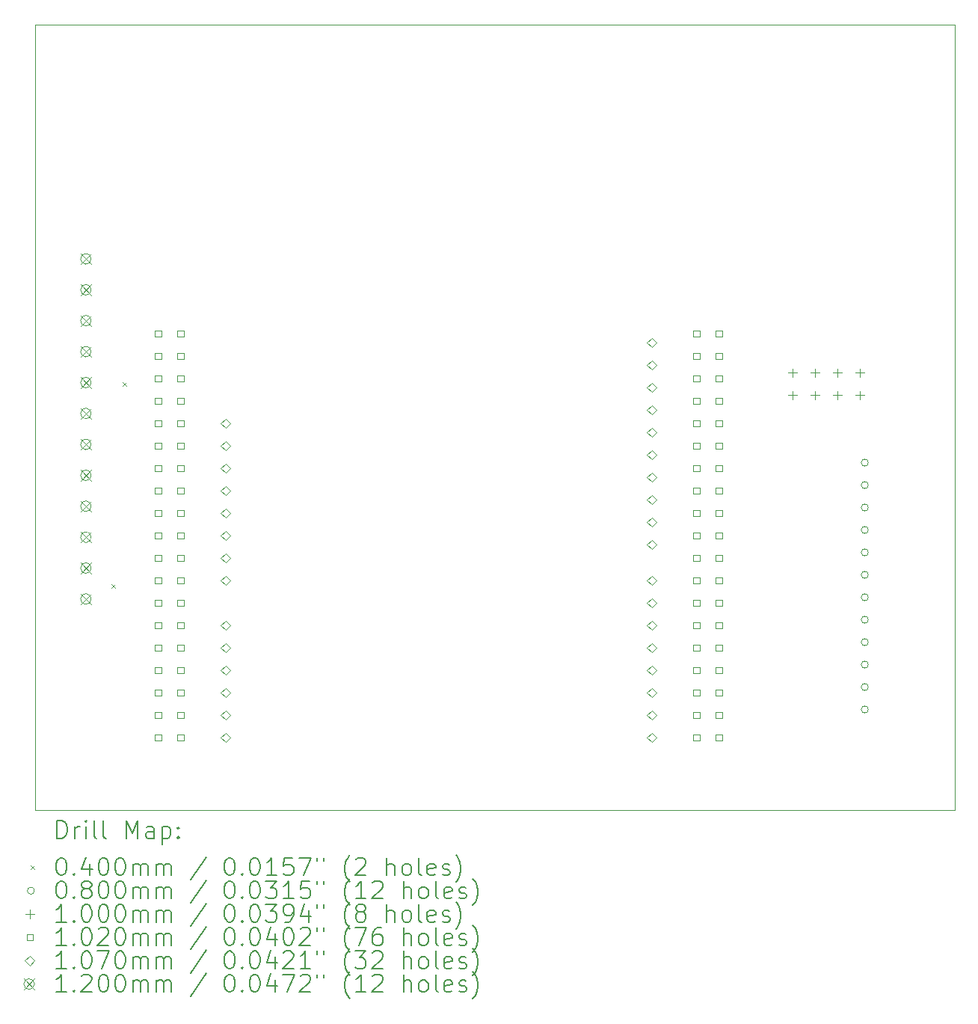
<source format=gbr>
%TF.GenerationSoftware,KiCad,Pcbnew,(6.0.11)*%
%TF.CreationDate,2023-03-02T21:40:19-06:00*%
%TF.ProjectId,STM,53544d2e-6b69-4636-9164-5f7063625858,rev?*%
%TF.SameCoordinates,Original*%
%TF.FileFunction,Drillmap*%
%TF.FilePolarity,Positive*%
%FSLAX45Y45*%
G04 Gerber Fmt 4.5, Leading zero omitted, Abs format (unit mm)*
G04 Created by KiCad (PCBNEW (6.0.11)) date 2023-03-02 21:40:19*
%MOMM*%
%LPD*%
G01*
G04 APERTURE LIST*
%ADD10C,0.100000*%
%ADD11C,0.200000*%
%ADD12C,0.040000*%
%ADD13C,0.080000*%
%ADD14C,0.102000*%
%ADD15C,0.107000*%
%ADD16C,0.120000*%
G04 APERTURE END LIST*
D10*
X5334000Y-14478000D02*
X15748000Y-14478000D01*
X5334000Y-5588000D02*
X5334000Y-14478000D01*
X15748000Y-5588000D02*
X5334000Y-5588000D01*
X15748000Y-14478000D02*
X15748000Y-5588000D01*
D11*
D12*
X6203000Y-11918000D02*
X6243000Y-11958000D01*
X6243000Y-11918000D02*
X6203000Y-11958000D01*
X6330000Y-9632000D02*
X6370000Y-9672000D01*
X6370000Y-9632000D02*
X6330000Y-9672000D01*
D13*
X14772000Y-10542000D02*
G75*
G03*
X14772000Y-10542000I-40000J0D01*
G01*
X14772000Y-10796000D02*
G75*
G03*
X14772000Y-10796000I-40000J0D01*
G01*
X14772000Y-11050000D02*
G75*
G03*
X14772000Y-11050000I-40000J0D01*
G01*
X14772000Y-11304000D02*
G75*
G03*
X14772000Y-11304000I-40000J0D01*
G01*
X14772000Y-11558000D02*
G75*
G03*
X14772000Y-11558000I-40000J0D01*
G01*
X14772000Y-11812000D02*
G75*
G03*
X14772000Y-11812000I-40000J0D01*
G01*
X14772000Y-12066000D02*
G75*
G03*
X14772000Y-12066000I-40000J0D01*
G01*
X14772000Y-12320000D02*
G75*
G03*
X14772000Y-12320000I-40000J0D01*
G01*
X14772000Y-12574000D02*
G75*
G03*
X14772000Y-12574000I-40000J0D01*
G01*
X14772000Y-12828000D02*
G75*
G03*
X14772000Y-12828000I-40000J0D01*
G01*
X14772000Y-13082000D02*
G75*
G03*
X14772000Y-13082000I-40000J0D01*
G01*
X14772000Y-13336000D02*
G75*
G03*
X14772000Y-13336000I-40000J0D01*
G01*
D10*
X13915500Y-9475000D02*
X13915500Y-9575000D01*
X13865500Y-9525000D02*
X13965500Y-9525000D01*
X13915500Y-9729000D02*
X13915500Y-9829000D01*
X13865500Y-9779000D02*
X13965500Y-9779000D01*
X14169500Y-9475000D02*
X14169500Y-9575000D01*
X14119500Y-9525000D02*
X14219500Y-9525000D01*
X14169500Y-9729000D02*
X14169500Y-9829000D01*
X14119500Y-9779000D02*
X14219500Y-9779000D01*
X14423500Y-9475000D02*
X14423500Y-9575000D01*
X14373500Y-9525000D02*
X14473500Y-9525000D01*
X14423500Y-9729000D02*
X14423500Y-9829000D01*
X14373500Y-9779000D02*
X14473500Y-9779000D01*
X14677500Y-9475000D02*
X14677500Y-9575000D01*
X14627500Y-9525000D02*
X14727500Y-9525000D01*
X14677500Y-9729000D02*
X14677500Y-9829000D01*
X14627500Y-9779000D02*
X14727500Y-9779000D01*
D14*
X6767063Y-9118063D02*
X6767063Y-9045937D01*
X6694937Y-9045937D01*
X6694937Y-9118063D01*
X6767063Y-9118063D01*
X6767063Y-9372063D02*
X6767063Y-9299937D01*
X6694937Y-9299937D01*
X6694937Y-9372063D01*
X6767063Y-9372063D01*
X6767063Y-9626063D02*
X6767063Y-9553937D01*
X6694937Y-9553937D01*
X6694937Y-9626063D01*
X6767063Y-9626063D01*
X6767063Y-9880063D02*
X6767063Y-9807937D01*
X6694937Y-9807937D01*
X6694937Y-9880063D01*
X6767063Y-9880063D01*
X6767063Y-10134063D02*
X6767063Y-10061937D01*
X6694937Y-10061937D01*
X6694937Y-10134063D01*
X6767063Y-10134063D01*
X6767063Y-10388063D02*
X6767063Y-10315937D01*
X6694937Y-10315937D01*
X6694937Y-10388063D01*
X6767063Y-10388063D01*
X6767063Y-10642063D02*
X6767063Y-10569937D01*
X6694937Y-10569937D01*
X6694937Y-10642063D01*
X6767063Y-10642063D01*
X6767063Y-10896063D02*
X6767063Y-10823937D01*
X6694937Y-10823937D01*
X6694937Y-10896063D01*
X6767063Y-10896063D01*
X6767063Y-11150063D02*
X6767063Y-11077937D01*
X6694937Y-11077937D01*
X6694937Y-11150063D01*
X6767063Y-11150063D01*
X6767063Y-11404063D02*
X6767063Y-11331937D01*
X6694937Y-11331937D01*
X6694937Y-11404063D01*
X6767063Y-11404063D01*
X6767063Y-11658063D02*
X6767063Y-11585937D01*
X6694937Y-11585937D01*
X6694937Y-11658063D01*
X6767063Y-11658063D01*
X6767063Y-11912063D02*
X6767063Y-11839937D01*
X6694937Y-11839937D01*
X6694937Y-11912063D01*
X6767063Y-11912063D01*
X6767063Y-12166063D02*
X6767063Y-12093937D01*
X6694937Y-12093937D01*
X6694937Y-12166063D01*
X6767063Y-12166063D01*
X6767063Y-12420063D02*
X6767063Y-12347937D01*
X6694937Y-12347937D01*
X6694937Y-12420063D01*
X6767063Y-12420063D01*
X6767063Y-12674063D02*
X6767063Y-12601937D01*
X6694937Y-12601937D01*
X6694937Y-12674063D01*
X6767063Y-12674063D01*
X6767063Y-12928063D02*
X6767063Y-12855937D01*
X6694937Y-12855937D01*
X6694937Y-12928063D01*
X6767063Y-12928063D01*
X6767063Y-13182063D02*
X6767063Y-13109937D01*
X6694937Y-13109937D01*
X6694937Y-13182063D01*
X6767063Y-13182063D01*
X6767063Y-13436063D02*
X6767063Y-13363937D01*
X6694937Y-13363937D01*
X6694937Y-13436063D01*
X6767063Y-13436063D01*
X6767063Y-13690063D02*
X6767063Y-13617937D01*
X6694937Y-13617937D01*
X6694937Y-13690063D01*
X6767063Y-13690063D01*
X7021063Y-9118063D02*
X7021063Y-9045937D01*
X6948937Y-9045937D01*
X6948937Y-9118063D01*
X7021063Y-9118063D01*
X7021063Y-9372063D02*
X7021063Y-9299937D01*
X6948937Y-9299937D01*
X6948937Y-9372063D01*
X7021063Y-9372063D01*
X7021063Y-9626063D02*
X7021063Y-9553937D01*
X6948937Y-9553937D01*
X6948937Y-9626063D01*
X7021063Y-9626063D01*
X7021063Y-9880063D02*
X7021063Y-9807937D01*
X6948937Y-9807937D01*
X6948937Y-9880063D01*
X7021063Y-9880063D01*
X7021063Y-10134063D02*
X7021063Y-10061937D01*
X6948937Y-10061937D01*
X6948937Y-10134063D01*
X7021063Y-10134063D01*
X7021063Y-10388063D02*
X7021063Y-10315937D01*
X6948937Y-10315937D01*
X6948937Y-10388063D01*
X7021063Y-10388063D01*
X7021063Y-10642063D02*
X7021063Y-10569937D01*
X6948937Y-10569937D01*
X6948937Y-10642063D01*
X7021063Y-10642063D01*
X7021063Y-10896063D02*
X7021063Y-10823937D01*
X6948937Y-10823937D01*
X6948937Y-10896063D01*
X7021063Y-10896063D01*
X7021063Y-11150063D02*
X7021063Y-11077937D01*
X6948937Y-11077937D01*
X6948937Y-11150063D01*
X7021063Y-11150063D01*
X7021063Y-11404063D02*
X7021063Y-11331937D01*
X6948937Y-11331937D01*
X6948937Y-11404063D01*
X7021063Y-11404063D01*
X7021063Y-11658063D02*
X7021063Y-11585937D01*
X6948937Y-11585937D01*
X6948937Y-11658063D01*
X7021063Y-11658063D01*
X7021063Y-11912063D02*
X7021063Y-11839937D01*
X6948937Y-11839937D01*
X6948937Y-11912063D01*
X7021063Y-11912063D01*
X7021063Y-12166063D02*
X7021063Y-12093937D01*
X6948937Y-12093937D01*
X6948937Y-12166063D01*
X7021063Y-12166063D01*
X7021063Y-12420063D02*
X7021063Y-12347937D01*
X6948937Y-12347937D01*
X6948937Y-12420063D01*
X7021063Y-12420063D01*
X7021063Y-12674063D02*
X7021063Y-12601937D01*
X6948937Y-12601937D01*
X6948937Y-12674063D01*
X7021063Y-12674063D01*
X7021063Y-12928063D02*
X7021063Y-12855937D01*
X6948937Y-12855937D01*
X6948937Y-12928063D01*
X7021063Y-12928063D01*
X7021063Y-13182063D02*
X7021063Y-13109937D01*
X6948937Y-13109937D01*
X6948937Y-13182063D01*
X7021063Y-13182063D01*
X7021063Y-13436063D02*
X7021063Y-13363937D01*
X6948937Y-13363937D01*
X6948937Y-13436063D01*
X7021063Y-13436063D01*
X7021063Y-13690063D02*
X7021063Y-13617937D01*
X6948937Y-13617937D01*
X6948937Y-13690063D01*
X7021063Y-13690063D01*
X12863063Y-9118063D02*
X12863063Y-9045937D01*
X12790937Y-9045937D01*
X12790937Y-9118063D01*
X12863063Y-9118063D01*
X12863063Y-9372063D02*
X12863063Y-9299937D01*
X12790937Y-9299937D01*
X12790937Y-9372063D01*
X12863063Y-9372063D01*
X12863063Y-9626063D02*
X12863063Y-9553937D01*
X12790937Y-9553937D01*
X12790937Y-9626063D01*
X12863063Y-9626063D01*
X12863063Y-9880063D02*
X12863063Y-9807937D01*
X12790937Y-9807937D01*
X12790937Y-9880063D01*
X12863063Y-9880063D01*
X12863063Y-10134063D02*
X12863063Y-10061937D01*
X12790937Y-10061937D01*
X12790937Y-10134063D01*
X12863063Y-10134063D01*
X12863063Y-10388063D02*
X12863063Y-10315937D01*
X12790937Y-10315937D01*
X12790937Y-10388063D01*
X12863063Y-10388063D01*
X12863063Y-10642063D02*
X12863063Y-10569937D01*
X12790937Y-10569937D01*
X12790937Y-10642063D01*
X12863063Y-10642063D01*
X12863063Y-10896063D02*
X12863063Y-10823937D01*
X12790937Y-10823937D01*
X12790937Y-10896063D01*
X12863063Y-10896063D01*
X12863063Y-11150063D02*
X12863063Y-11077937D01*
X12790937Y-11077937D01*
X12790937Y-11150063D01*
X12863063Y-11150063D01*
X12863063Y-11404063D02*
X12863063Y-11331937D01*
X12790937Y-11331937D01*
X12790937Y-11404063D01*
X12863063Y-11404063D01*
X12863063Y-11658063D02*
X12863063Y-11585937D01*
X12790937Y-11585937D01*
X12790937Y-11658063D01*
X12863063Y-11658063D01*
X12863063Y-11912063D02*
X12863063Y-11839937D01*
X12790937Y-11839937D01*
X12790937Y-11912063D01*
X12863063Y-11912063D01*
X12863063Y-12166063D02*
X12863063Y-12093937D01*
X12790937Y-12093937D01*
X12790937Y-12166063D01*
X12863063Y-12166063D01*
X12863063Y-12420063D02*
X12863063Y-12347937D01*
X12790937Y-12347937D01*
X12790937Y-12420063D01*
X12863063Y-12420063D01*
X12863063Y-12674063D02*
X12863063Y-12601937D01*
X12790937Y-12601937D01*
X12790937Y-12674063D01*
X12863063Y-12674063D01*
X12863063Y-12928063D02*
X12863063Y-12855937D01*
X12790937Y-12855937D01*
X12790937Y-12928063D01*
X12863063Y-12928063D01*
X12863063Y-13182063D02*
X12863063Y-13109937D01*
X12790937Y-13109937D01*
X12790937Y-13182063D01*
X12863063Y-13182063D01*
X12863063Y-13436063D02*
X12863063Y-13363937D01*
X12790937Y-13363937D01*
X12790937Y-13436063D01*
X12863063Y-13436063D01*
X12863063Y-13690063D02*
X12863063Y-13617937D01*
X12790937Y-13617937D01*
X12790937Y-13690063D01*
X12863063Y-13690063D01*
X13117063Y-9118063D02*
X13117063Y-9045937D01*
X13044937Y-9045937D01*
X13044937Y-9118063D01*
X13117063Y-9118063D01*
X13117063Y-9372063D02*
X13117063Y-9299937D01*
X13044937Y-9299937D01*
X13044937Y-9372063D01*
X13117063Y-9372063D01*
X13117063Y-9626063D02*
X13117063Y-9553937D01*
X13044937Y-9553937D01*
X13044937Y-9626063D01*
X13117063Y-9626063D01*
X13117063Y-9880063D02*
X13117063Y-9807937D01*
X13044937Y-9807937D01*
X13044937Y-9880063D01*
X13117063Y-9880063D01*
X13117063Y-10134063D02*
X13117063Y-10061937D01*
X13044937Y-10061937D01*
X13044937Y-10134063D01*
X13117063Y-10134063D01*
X13117063Y-10388063D02*
X13117063Y-10315937D01*
X13044937Y-10315937D01*
X13044937Y-10388063D01*
X13117063Y-10388063D01*
X13117063Y-10642063D02*
X13117063Y-10569937D01*
X13044937Y-10569937D01*
X13044937Y-10642063D01*
X13117063Y-10642063D01*
X13117063Y-10896063D02*
X13117063Y-10823937D01*
X13044937Y-10823937D01*
X13044937Y-10896063D01*
X13117063Y-10896063D01*
X13117063Y-11150063D02*
X13117063Y-11077937D01*
X13044937Y-11077937D01*
X13044937Y-11150063D01*
X13117063Y-11150063D01*
X13117063Y-11404063D02*
X13117063Y-11331937D01*
X13044937Y-11331937D01*
X13044937Y-11404063D01*
X13117063Y-11404063D01*
X13117063Y-11658063D02*
X13117063Y-11585937D01*
X13044937Y-11585937D01*
X13044937Y-11658063D01*
X13117063Y-11658063D01*
X13117063Y-11912063D02*
X13117063Y-11839937D01*
X13044937Y-11839937D01*
X13044937Y-11912063D01*
X13117063Y-11912063D01*
X13117063Y-12166063D02*
X13117063Y-12093937D01*
X13044937Y-12093937D01*
X13044937Y-12166063D01*
X13117063Y-12166063D01*
X13117063Y-12420063D02*
X13117063Y-12347937D01*
X13044937Y-12347937D01*
X13044937Y-12420063D01*
X13117063Y-12420063D01*
X13117063Y-12674063D02*
X13117063Y-12601937D01*
X13044937Y-12601937D01*
X13044937Y-12674063D01*
X13117063Y-12674063D01*
X13117063Y-12928063D02*
X13117063Y-12855937D01*
X13044937Y-12855937D01*
X13044937Y-12928063D01*
X13117063Y-12928063D01*
X13117063Y-13182063D02*
X13117063Y-13109937D01*
X13044937Y-13109937D01*
X13044937Y-13182063D01*
X13117063Y-13182063D01*
X13117063Y-13436063D02*
X13117063Y-13363937D01*
X13044937Y-13363937D01*
X13044937Y-13436063D01*
X13117063Y-13436063D01*
X13117063Y-13690063D02*
X13117063Y-13617937D01*
X13044937Y-13617937D01*
X13044937Y-13690063D01*
X13117063Y-13690063D01*
D15*
X7493000Y-10151500D02*
X7546500Y-10098000D01*
X7493000Y-10044500D01*
X7439500Y-10098000D01*
X7493000Y-10151500D01*
X7493000Y-10405500D02*
X7546500Y-10352000D01*
X7493000Y-10298500D01*
X7439500Y-10352000D01*
X7493000Y-10405500D01*
X7493000Y-10659500D02*
X7546500Y-10606000D01*
X7493000Y-10552500D01*
X7439500Y-10606000D01*
X7493000Y-10659500D01*
X7493000Y-10913500D02*
X7546500Y-10860000D01*
X7493000Y-10806500D01*
X7439500Y-10860000D01*
X7493000Y-10913500D01*
X7493000Y-11167500D02*
X7546500Y-11114000D01*
X7493000Y-11060500D01*
X7439500Y-11114000D01*
X7493000Y-11167500D01*
X7493000Y-11421500D02*
X7546500Y-11368000D01*
X7493000Y-11314500D01*
X7439500Y-11368000D01*
X7493000Y-11421500D01*
X7493000Y-11675500D02*
X7546500Y-11622000D01*
X7493000Y-11568500D01*
X7439500Y-11622000D01*
X7493000Y-11675500D01*
X7493000Y-11929500D02*
X7546500Y-11876000D01*
X7493000Y-11822500D01*
X7439500Y-11876000D01*
X7493000Y-11929500D01*
X7493000Y-12437500D02*
X7546500Y-12384000D01*
X7493000Y-12330500D01*
X7439500Y-12384000D01*
X7493000Y-12437500D01*
X7493000Y-12691500D02*
X7546500Y-12638000D01*
X7493000Y-12584500D01*
X7439500Y-12638000D01*
X7493000Y-12691500D01*
X7493000Y-12945500D02*
X7546500Y-12892000D01*
X7493000Y-12838500D01*
X7439500Y-12892000D01*
X7493000Y-12945500D01*
X7493000Y-13199500D02*
X7546500Y-13146000D01*
X7493000Y-13092500D01*
X7439500Y-13146000D01*
X7493000Y-13199500D01*
X7493000Y-13453500D02*
X7546500Y-13400000D01*
X7493000Y-13346500D01*
X7439500Y-13400000D01*
X7493000Y-13453500D01*
X7493000Y-13707500D02*
X7546500Y-13654000D01*
X7493000Y-13600500D01*
X7439500Y-13654000D01*
X7493000Y-13707500D01*
X12319000Y-9237500D02*
X12372500Y-9184000D01*
X12319000Y-9130500D01*
X12265500Y-9184000D01*
X12319000Y-9237500D01*
X12319000Y-9491500D02*
X12372500Y-9438000D01*
X12319000Y-9384500D01*
X12265500Y-9438000D01*
X12319000Y-9491500D01*
X12319000Y-9745500D02*
X12372500Y-9692000D01*
X12319000Y-9638500D01*
X12265500Y-9692000D01*
X12319000Y-9745500D01*
X12319000Y-9999500D02*
X12372500Y-9946000D01*
X12319000Y-9892500D01*
X12265500Y-9946000D01*
X12319000Y-9999500D01*
X12319000Y-10253500D02*
X12372500Y-10200000D01*
X12319000Y-10146500D01*
X12265500Y-10200000D01*
X12319000Y-10253500D01*
X12319000Y-10507500D02*
X12372500Y-10454000D01*
X12319000Y-10400500D01*
X12265500Y-10454000D01*
X12319000Y-10507500D01*
X12319000Y-10761500D02*
X12372500Y-10708000D01*
X12319000Y-10654500D01*
X12265500Y-10708000D01*
X12319000Y-10761500D01*
X12319000Y-11015500D02*
X12372500Y-10962000D01*
X12319000Y-10908500D01*
X12265500Y-10962000D01*
X12319000Y-11015500D01*
X12319000Y-11269500D02*
X12372500Y-11216000D01*
X12319000Y-11162500D01*
X12265500Y-11216000D01*
X12319000Y-11269500D01*
X12319000Y-11523500D02*
X12372500Y-11470000D01*
X12319000Y-11416500D01*
X12265500Y-11470000D01*
X12319000Y-11523500D01*
X12319000Y-11929500D02*
X12372500Y-11876000D01*
X12319000Y-11822500D01*
X12265500Y-11876000D01*
X12319000Y-11929500D01*
X12319000Y-12183500D02*
X12372500Y-12130000D01*
X12319000Y-12076500D01*
X12265500Y-12130000D01*
X12319000Y-12183500D01*
X12319000Y-12437500D02*
X12372500Y-12384000D01*
X12319000Y-12330500D01*
X12265500Y-12384000D01*
X12319000Y-12437500D01*
X12319000Y-12691500D02*
X12372500Y-12638000D01*
X12319000Y-12584500D01*
X12265500Y-12638000D01*
X12319000Y-12691500D01*
X12319000Y-12945500D02*
X12372500Y-12892000D01*
X12319000Y-12838500D01*
X12265500Y-12892000D01*
X12319000Y-12945500D01*
X12319000Y-13199500D02*
X12372500Y-13146000D01*
X12319000Y-13092500D01*
X12265500Y-13146000D01*
X12319000Y-13199500D01*
X12319000Y-13453500D02*
X12372500Y-13400000D01*
X12319000Y-13346500D01*
X12265500Y-13400000D01*
X12319000Y-13453500D01*
X12319000Y-13707500D02*
X12372500Y-13654000D01*
X12319000Y-13600500D01*
X12265500Y-13654000D01*
X12319000Y-13707500D01*
D16*
X5852000Y-8175000D02*
X5972000Y-8295000D01*
X5972000Y-8175000D02*
X5852000Y-8295000D01*
X5972000Y-8235000D02*
G75*
G03*
X5972000Y-8235000I-60000J0D01*
G01*
X5852000Y-8525000D02*
X5972000Y-8645000D01*
X5972000Y-8525000D02*
X5852000Y-8645000D01*
X5972000Y-8585000D02*
G75*
G03*
X5972000Y-8585000I-60000J0D01*
G01*
X5852000Y-8875000D02*
X5972000Y-8995000D01*
X5972000Y-8875000D02*
X5852000Y-8995000D01*
X5972000Y-8935000D02*
G75*
G03*
X5972000Y-8935000I-60000J0D01*
G01*
X5852000Y-9225000D02*
X5972000Y-9345000D01*
X5972000Y-9225000D02*
X5852000Y-9345000D01*
X5972000Y-9285000D02*
G75*
G03*
X5972000Y-9285000I-60000J0D01*
G01*
X5852000Y-9575000D02*
X5972000Y-9695000D01*
X5972000Y-9575000D02*
X5852000Y-9695000D01*
X5972000Y-9635000D02*
G75*
G03*
X5972000Y-9635000I-60000J0D01*
G01*
X5852000Y-9925000D02*
X5972000Y-10045000D01*
X5972000Y-9925000D02*
X5852000Y-10045000D01*
X5972000Y-9985000D02*
G75*
G03*
X5972000Y-9985000I-60000J0D01*
G01*
X5852000Y-10275000D02*
X5972000Y-10395000D01*
X5972000Y-10275000D02*
X5852000Y-10395000D01*
X5972000Y-10335000D02*
G75*
G03*
X5972000Y-10335000I-60000J0D01*
G01*
X5852000Y-10625000D02*
X5972000Y-10745000D01*
X5972000Y-10625000D02*
X5852000Y-10745000D01*
X5972000Y-10685000D02*
G75*
G03*
X5972000Y-10685000I-60000J0D01*
G01*
X5852000Y-10975000D02*
X5972000Y-11095000D01*
X5972000Y-10975000D02*
X5852000Y-11095000D01*
X5972000Y-11035000D02*
G75*
G03*
X5972000Y-11035000I-60000J0D01*
G01*
X5852000Y-11325000D02*
X5972000Y-11445000D01*
X5972000Y-11325000D02*
X5852000Y-11445000D01*
X5972000Y-11385000D02*
G75*
G03*
X5972000Y-11385000I-60000J0D01*
G01*
X5852000Y-11675000D02*
X5972000Y-11795000D01*
X5972000Y-11675000D02*
X5852000Y-11795000D01*
X5972000Y-11735000D02*
G75*
G03*
X5972000Y-11735000I-60000J0D01*
G01*
X5852000Y-12025000D02*
X5972000Y-12145000D01*
X5972000Y-12025000D02*
X5852000Y-12145000D01*
X5972000Y-12085000D02*
G75*
G03*
X5972000Y-12085000I-60000J0D01*
G01*
D11*
X5586619Y-14793476D02*
X5586619Y-14593476D01*
X5634238Y-14593476D01*
X5662809Y-14603000D01*
X5681857Y-14622048D01*
X5691381Y-14641095D01*
X5700905Y-14679190D01*
X5700905Y-14707762D01*
X5691381Y-14745857D01*
X5681857Y-14764905D01*
X5662809Y-14783952D01*
X5634238Y-14793476D01*
X5586619Y-14793476D01*
X5786619Y-14793476D02*
X5786619Y-14660143D01*
X5786619Y-14698238D02*
X5796143Y-14679190D01*
X5805667Y-14669667D01*
X5824714Y-14660143D01*
X5843762Y-14660143D01*
X5910428Y-14793476D02*
X5910428Y-14660143D01*
X5910428Y-14593476D02*
X5900905Y-14603000D01*
X5910428Y-14612524D01*
X5919952Y-14603000D01*
X5910428Y-14593476D01*
X5910428Y-14612524D01*
X6034238Y-14793476D02*
X6015190Y-14783952D01*
X6005667Y-14764905D01*
X6005667Y-14593476D01*
X6139000Y-14793476D02*
X6119952Y-14783952D01*
X6110428Y-14764905D01*
X6110428Y-14593476D01*
X6367571Y-14793476D02*
X6367571Y-14593476D01*
X6434238Y-14736333D01*
X6500905Y-14593476D01*
X6500905Y-14793476D01*
X6681857Y-14793476D02*
X6681857Y-14688714D01*
X6672333Y-14669667D01*
X6653286Y-14660143D01*
X6615190Y-14660143D01*
X6596143Y-14669667D01*
X6681857Y-14783952D02*
X6662809Y-14793476D01*
X6615190Y-14793476D01*
X6596143Y-14783952D01*
X6586619Y-14764905D01*
X6586619Y-14745857D01*
X6596143Y-14726809D01*
X6615190Y-14717286D01*
X6662809Y-14717286D01*
X6681857Y-14707762D01*
X6777095Y-14660143D02*
X6777095Y-14860143D01*
X6777095Y-14669667D02*
X6796143Y-14660143D01*
X6834238Y-14660143D01*
X6853286Y-14669667D01*
X6862809Y-14679190D01*
X6872333Y-14698238D01*
X6872333Y-14755381D01*
X6862809Y-14774428D01*
X6853286Y-14783952D01*
X6834238Y-14793476D01*
X6796143Y-14793476D01*
X6777095Y-14783952D01*
X6958048Y-14774428D02*
X6967571Y-14783952D01*
X6958048Y-14793476D01*
X6948524Y-14783952D01*
X6958048Y-14774428D01*
X6958048Y-14793476D01*
X6958048Y-14669667D02*
X6967571Y-14679190D01*
X6958048Y-14688714D01*
X6948524Y-14679190D01*
X6958048Y-14669667D01*
X6958048Y-14688714D01*
D12*
X5289000Y-15103000D02*
X5329000Y-15143000D01*
X5329000Y-15103000D02*
X5289000Y-15143000D01*
D11*
X5624714Y-15013476D02*
X5643762Y-15013476D01*
X5662809Y-15023000D01*
X5672333Y-15032524D01*
X5681857Y-15051571D01*
X5691381Y-15089667D01*
X5691381Y-15137286D01*
X5681857Y-15175381D01*
X5672333Y-15194428D01*
X5662809Y-15203952D01*
X5643762Y-15213476D01*
X5624714Y-15213476D01*
X5605667Y-15203952D01*
X5596143Y-15194428D01*
X5586619Y-15175381D01*
X5577095Y-15137286D01*
X5577095Y-15089667D01*
X5586619Y-15051571D01*
X5596143Y-15032524D01*
X5605667Y-15023000D01*
X5624714Y-15013476D01*
X5777095Y-15194428D02*
X5786619Y-15203952D01*
X5777095Y-15213476D01*
X5767571Y-15203952D01*
X5777095Y-15194428D01*
X5777095Y-15213476D01*
X5958048Y-15080143D02*
X5958048Y-15213476D01*
X5910428Y-15003952D02*
X5862809Y-15146809D01*
X5986619Y-15146809D01*
X6100905Y-15013476D02*
X6119952Y-15013476D01*
X6139000Y-15023000D01*
X6148524Y-15032524D01*
X6158048Y-15051571D01*
X6167571Y-15089667D01*
X6167571Y-15137286D01*
X6158048Y-15175381D01*
X6148524Y-15194428D01*
X6139000Y-15203952D01*
X6119952Y-15213476D01*
X6100905Y-15213476D01*
X6081857Y-15203952D01*
X6072333Y-15194428D01*
X6062809Y-15175381D01*
X6053286Y-15137286D01*
X6053286Y-15089667D01*
X6062809Y-15051571D01*
X6072333Y-15032524D01*
X6081857Y-15023000D01*
X6100905Y-15013476D01*
X6291381Y-15013476D02*
X6310428Y-15013476D01*
X6329476Y-15023000D01*
X6339000Y-15032524D01*
X6348524Y-15051571D01*
X6358048Y-15089667D01*
X6358048Y-15137286D01*
X6348524Y-15175381D01*
X6339000Y-15194428D01*
X6329476Y-15203952D01*
X6310428Y-15213476D01*
X6291381Y-15213476D01*
X6272333Y-15203952D01*
X6262809Y-15194428D01*
X6253286Y-15175381D01*
X6243762Y-15137286D01*
X6243762Y-15089667D01*
X6253286Y-15051571D01*
X6262809Y-15032524D01*
X6272333Y-15023000D01*
X6291381Y-15013476D01*
X6443762Y-15213476D02*
X6443762Y-15080143D01*
X6443762Y-15099190D02*
X6453286Y-15089667D01*
X6472333Y-15080143D01*
X6500905Y-15080143D01*
X6519952Y-15089667D01*
X6529476Y-15108714D01*
X6529476Y-15213476D01*
X6529476Y-15108714D02*
X6539000Y-15089667D01*
X6558048Y-15080143D01*
X6586619Y-15080143D01*
X6605667Y-15089667D01*
X6615190Y-15108714D01*
X6615190Y-15213476D01*
X6710428Y-15213476D02*
X6710428Y-15080143D01*
X6710428Y-15099190D02*
X6719952Y-15089667D01*
X6739000Y-15080143D01*
X6767571Y-15080143D01*
X6786619Y-15089667D01*
X6796143Y-15108714D01*
X6796143Y-15213476D01*
X6796143Y-15108714D02*
X6805667Y-15089667D01*
X6824714Y-15080143D01*
X6853286Y-15080143D01*
X6872333Y-15089667D01*
X6881857Y-15108714D01*
X6881857Y-15213476D01*
X7272333Y-15003952D02*
X7100905Y-15261095D01*
X7529476Y-15013476D02*
X7548524Y-15013476D01*
X7567571Y-15023000D01*
X7577095Y-15032524D01*
X7586619Y-15051571D01*
X7596143Y-15089667D01*
X7596143Y-15137286D01*
X7586619Y-15175381D01*
X7577095Y-15194428D01*
X7567571Y-15203952D01*
X7548524Y-15213476D01*
X7529476Y-15213476D01*
X7510428Y-15203952D01*
X7500905Y-15194428D01*
X7491381Y-15175381D01*
X7481857Y-15137286D01*
X7481857Y-15089667D01*
X7491381Y-15051571D01*
X7500905Y-15032524D01*
X7510428Y-15023000D01*
X7529476Y-15013476D01*
X7681857Y-15194428D02*
X7691381Y-15203952D01*
X7681857Y-15213476D01*
X7672333Y-15203952D01*
X7681857Y-15194428D01*
X7681857Y-15213476D01*
X7815190Y-15013476D02*
X7834238Y-15013476D01*
X7853286Y-15023000D01*
X7862809Y-15032524D01*
X7872333Y-15051571D01*
X7881857Y-15089667D01*
X7881857Y-15137286D01*
X7872333Y-15175381D01*
X7862809Y-15194428D01*
X7853286Y-15203952D01*
X7834238Y-15213476D01*
X7815190Y-15213476D01*
X7796143Y-15203952D01*
X7786619Y-15194428D01*
X7777095Y-15175381D01*
X7767571Y-15137286D01*
X7767571Y-15089667D01*
X7777095Y-15051571D01*
X7786619Y-15032524D01*
X7796143Y-15023000D01*
X7815190Y-15013476D01*
X8072333Y-15213476D02*
X7958048Y-15213476D01*
X8015190Y-15213476D02*
X8015190Y-15013476D01*
X7996143Y-15042048D01*
X7977095Y-15061095D01*
X7958048Y-15070619D01*
X8253286Y-15013476D02*
X8158048Y-15013476D01*
X8148524Y-15108714D01*
X8158048Y-15099190D01*
X8177095Y-15089667D01*
X8224714Y-15089667D01*
X8243762Y-15099190D01*
X8253286Y-15108714D01*
X8262809Y-15127762D01*
X8262809Y-15175381D01*
X8253286Y-15194428D01*
X8243762Y-15203952D01*
X8224714Y-15213476D01*
X8177095Y-15213476D01*
X8158048Y-15203952D01*
X8148524Y-15194428D01*
X8329476Y-15013476D02*
X8462810Y-15013476D01*
X8377095Y-15213476D01*
X8529476Y-15013476D02*
X8529476Y-15051571D01*
X8605667Y-15013476D02*
X8605667Y-15051571D01*
X8900905Y-15289667D02*
X8891381Y-15280143D01*
X8872333Y-15251571D01*
X8862810Y-15232524D01*
X8853286Y-15203952D01*
X8843762Y-15156333D01*
X8843762Y-15118238D01*
X8853286Y-15070619D01*
X8862810Y-15042048D01*
X8872333Y-15023000D01*
X8891381Y-14994428D01*
X8900905Y-14984905D01*
X8967571Y-15032524D02*
X8977095Y-15023000D01*
X8996143Y-15013476D01*
X9043762Y-15013476D01*
X9062810Y-15023000D01*
X9072333Y-15032524D01*
X9081857Y-15051571D01*
X9081857Y-15070619D01*
X9072333Y-15099190D01*
X8958048Y-15213476D01*
X9081857Y-15213476D01*
X9319952Y-15213476D02*
X9319952Y-15013476D01*
X9405667Y-15213476D02*
X9405667Y-15108714D01*
X9396143Y-15089667D01*
X9377095Y-15080143D01*
X9348524Y-15080143D01*
X9329476Y-15089667D01*
X9319952Y-15099190D01*
X9529476Y-15213476D02*
X9510429Y-15203952D01*
X9500905Y-15194428D01*
X9491381Y-15175381D01*
X9491381Y-15118238D01*
X9500905Y-15099190D01*
X9510429Y-15089667D01*
X9529476Y-15080143D01*
X9558048Y-15080143D01*
X9577095Y-15089667D01*
X9586619Y-15099190D01*
X9596143Y-15118238D01*
X9596143Y-15175381D01*
X9586619Y-15194428D01*
X9577095Y-15203952D01*
X9558048Y-15213476D01*
X9529476Y-15213476D01*
X9710429Y-15213476D02*
X9691381Y-15203952D01*
X9681857Y-15184905D01*
X9681857Y-15013476D01*
X9862810Y-15203952D02*
X9843762Y-15213476D01*
X9805667Y-15213476D01*
X9786619Y-15203952D01*
X9777095Y-15184905D01*
X9777095Y-15108714D01*
X9786619Y-15089667D01*
X9805667Y-15080143D01*
X9843762Y-15080143D01*
X9862810Y-15089667D01*
X9872333Y-15108714D01*
X9872333Y-15127762D01*
X9777095Y-15146809D01*
X9948524Y-15203952D02*
X9967571Y-15213476D01*
X10005667Y-15213476D01*
X10024714Y-15203952D01*
X10034238Y-15184905D01*
X10034238Y-15175381D01*
X10024714Y-15156333D01*
X10005667Y-15146809D01*
X9977095Y-15146809D01*
X9958048Y-15137286D01*
X9948524Y-15118238D01*
X9948524Y-15108714D01*
X9958048Y-15089667D01*
X9977095Y-15080143D01*
X10005667Y-15080143D01*
X10024714Y-15089667D01*
X10100905Y-15289667D02*
X10110429Y-15280143D01*
X10129476Y-15251571D01*
X10139000Y-15232524D01*
X10148524Y-15203952D01*
X10158048Y-15156333D01*
X10158048Y-15118238D01*
X10148524Y-15070619D01*
X10139000Y-15042048D01*
X10129476Y-15023000D01*
X10110429Y-14994428D01*
X10100905Y-14984905D01*
D13*
X5329000Y-15387000D02*
G75*
G03*
X5329000Y-15387000I-40000J0D01*
G01*
D11*
X5624714Y-15277476D02*
X5643762Y-15277476D01*
X5662809Y-15287000D01*
X5672333Y-15296524D01*
X5681857Y-15315571D01*
X5691381Y-15353667D01*
X5691381Y-15401286D01*
X5681857Y-15439381D01*
X5672333Y-15458428D01*
X5662809Y-15467952D01*
X5643762Y-15477476D01*
X5624714Y-15477476D01*
X5605667Y-15467952D01*
X5596143Y-15458428D01*
X5586619Y-15439381D01*
X5577095Y-15401286D01*
X5577095Y-15353667D01*
X5586619Y-15315571D01*
X5596143Y-15296524D01*
X5605667Y-15287000D01*
X5624714Y-15277476D01*
X5777095Y-15458428D02*
X5786619Y-15467952D01*
X5777095Y-15477476D01*
X5767571Y-15467952D01*
X5777095Y-15458428D01*
X5777095Y-15477476D01*
X5900905Y-15363190D02*
X5881857Y-15353667D01*
X5872333Y-15344143D01*
X5862809Y-15325095D01*
X5862809Y-15315571D01*
X5872333Y-15296524D01*
X5881857Y-15287000D01*
X5900905Y-15277476D01*
X5939000Y-15277476D01*
X5958048Y-15287000D01*
X5967571Y-15296524D01*
X5977095Y-15315571D01*
X5977095Y-15325095D01*
X5967571Y-15344143D01*
X5958048Y-15353667D01*
X5939000Y-15363190D01*
X5900905Y-15363190D01*
X5881857Y-15372714D01*
X5872333Y-15382238D01*
X5862809Y-15401286D01*
X5862809Y-15439381D01*
X5872333Y-15458428D01*
X5881857Y-15467952D01*
X5900905Y-15477476D01*
X5939000Y-15477476D01*
X5958048Y-15467952D01*
X5967571Y-15458428D01*
X5977095Y-15439381D01*
X5977095Y-15401286D01*
X5967571Y-15382238D01*
X5958048Y-15372714D01*
X5939000Y-15363190D01*
X6100905Y-15277476D02*
X6119952Y-15277476D01*
X6139000Y-15287000D01*
X6148524Y-15296524D01*
X6158048Y-15315571D01*
X6167571Y-15353667D01*
X6167571Y-15401286D01*
X6158048Y-15439381D01*
X6148524Y-15458428D01*
X6139000Y-15467952D01*
X6119952Y-15477476D01*
X6100905Y-15477476D01*
X6081857Y-15467952D01*
X6072333Y-15458428D01*
X6062809Y-15439381D01*
X6053286Y-15401286D01*
X6053286Y-15353667D01*
X6062809Y-15315571D01*
X6072333Y-15296524D01*
X6081857Y-15287000D01*
X6100905Y-15277476D01*
X6291381Y-15277476D02*
X6310428Y-15277476D01*
X6329476Y-15287000D01*
X6339000Y-15296524D01*
X6348524Y-15315571D01*
X6358048Y-15353667D01*
X6358048Y-15401286D01*
X6348524Y-15439381D01*
X6339000Y-15458428D01*
X6329476Y-15467952D01*
X6310428Y-15477476D01*
X6291381Y-15477476D01*
X6272333Y-15467952D01*
X6262809Y-15458428D01*
X6253286Y-15439381D01*
X6243762Y-15401286D01*
X6243762Y-15353667D01*
X6253286Y-15315571D01*
X6262809Y-15296524D01*
X6272333Y-15287000D01*
X6291381Y-15277476D01*
X6443762Y-15477476D02*
X6443762Y-15344143D01*
X6443762Y-15363190D02*
X6453286Y-15353667D01*
X6472333Y-15344143D01*
X6500905Y-15344143D01*
X6519952Y-15353667D01*
X6529476Y-15372714D01*
X6529476Y-15477476D01*
X6529476Y-15372714D02*
X6539000Y-15353667D01*
X6558048Y-15344143D01*
X6586619Y-15344143D01*
X6605667Y-15353667D01*
X6615190Y-15372714D01*
X6615190Y-15477476D01*
X6710428Y-15477476D02*
X6710428Y-15344143D01*
X6710428Y-15363190D02*
X6719952Y-15353667D01*
X6739000Y-15344143D01*
X6767571Y-15344143D01*
X6786619Y-15353667D01*
X6796143Y-15372714D01*
X6796143Y-15477476D01*
X6796143Y-15372714D02*
X6805667Y-15353667D01*
X6824714Y-15344143D01*
X6853286Y-15344143D01*
X6872333Y-15353667D01*
X6881857Y-15372714D01*
X6881857Y-15477476D01*
X7272333Y-15267952D02*
X7100905Y-15525095D01*
X7529476Y-15277476D02*
X7548524Y-15277476D01*
X7567571Y-15287000D01*
X7577095Y-15296524D01*
X7586619Y-15315571D01*
X7596143Y-15353667D01*
X7596143Y-15401286D01*
X7586619Y-15439381D01*
X7577095Y-15458428D01*
X7567571Y-15467952D01*
X7548524Y-15477476D01*
X7529476Y-15477476D01*
X7510428Y-15467952D01*
X7500905Y-15458428D01*
X7491381Y-15439381D01*
X7481857Y-15401286D01*
X7481857Y-15353667D01*
X7491381Y-15315571D01*
X7500905Y-15296524D01*
X7510428Y-15287000D01*
X7529476Y-15277476D01*
X7681857Y-15458428D02*
X7691381Y-15467952D01*
X7681857Y-15477476D01*
X7672333Y-15467952D01*
X7681857Y-15458428D01*
X7681857Y-15477476D01*
X7815190Y-15277476D02*
X7834238Y-15277476D01*
X7853286Y-15287000D01*
X7862809Y-15296524D01*
X7872333Y-15315571D01*
X7881857Y-15353667D01*
X7881857Y-15401286D01*
X7872333Y-15439381D01*
X7862809Y-15458428D01*
X7853286Y-15467952D01*
X7834238Y-15477476D01*
X7815190Y-15477476D01*
X7796143Y-15467952D01*
X7786619Y-15458428D01*
X7777095Y-15439381D01*
X7767571Y-15401286D01*
X7767571Y-15353667D01*
X7777095Y-15315571D01*
X7786619Y-15296524D01*
X7796143Y-15287000D01*
X7815190Y-15277476D01*
X7948524Y-15277476D02*
X8072333Y-15277476D01*
X8005667Y-15353667D01*
X8034238Y-15353667D01*
X8053286Y-15363190D01*
X8062809Y-15372714D01*
X8072333Y-15391762D01*
X8072333Y-15439381D01*
X8062809Y-15458428D01*
X8053286Y-15467952D01*
X8034238Y-15477476D01*
X7977095Y-15477476D01*
X7958048Y-15467952D01*
X7948524Y-15458428D01*
X8262809Y-15477476D02*
X8148524Y-15477476D01*
X8205667Y-15477476D02*
X8205667Y-15277476D01*
X8186619Y-15306048D01*
X8167571Y-15325095D01*
X8148524Y-15334619D01*
X8443762Y-15277476D02*
X8348524Y-15277476D01*
X8339000Y-15372714D01*
X8348524Y-15363190D01*
X8367571Y-15353667D01*
X8415190Y-15353667D01*
X8434238Y-15363190D01*
X8443762Y-15372714D01*
X8453286Y-15391762D01*
X8453286Y-15439381D01*
X8443762Y-15458428D01*
X8434238Y-15467952D01*
X8415190Y-15477476D01*
X8367571Y-15477476D01*
X8348524Y-15467952D01*
X8339000Y-15458428D01*
X8529476Y-15277476D02*
X8529476Y-15315571D01*
X8605667Y-15277476D02*
X8605667Y-15315571D01*
X8900905Y-15553667D02*
X8891381Y-15544143D01*
X8872333Y-15515571D01*
X8862810Y-15496524D01*
X8853286Y-15467952D01*
X8843762Y-15420333D01*
X8843762Y-15382238D01*
X8853286Y-15334619D01*
X8862810Y-15306048D01*
X8872333Y-15287000D01*
X8891381Y-15258428D01*
X8900905Y-15248905D01*
X9081857Y-15477476D02*
X8967571Y-15477476D01*
X9024714Y-15477476D02*
X9024714Y-15277476D01*
X9005667Y-15306048D01*
X8986619Y-15325095D01*
X8967571Y-15334619D01*
X9158048Y-15296524D02*
X9167571Y-15287000D01*
X9186619Y-15277476D01*
X9234238Y-15277476D01*
X9253286Y-15287000D01*
X9262810Y-15296524D01*
X9272333Y-15315571D01*
X9272333Y-15334619D01*
X9262810Y-15363190D01*
X9148524Y-15477476D01*
X9272333Y-15477476D01*
X9510429Y-15477476D02*
X9510429Y-15277476D01*
X9596143Y-15477476D02*
X9596143Y-15372714D01*
X9586619Y-15353667D01*
X9567571Y-15344143D01*
X9539000Y-15344143D01*
X9519952Y-15353667D01*
X9510429Y-15363190D01*
X9719952Y-15477476D02*
X9700905Y-15467952D01*
X9691381Y-15458428D01*
X9681857Y-15439381D01*
X9681857Y-15382238D01*
X9691381Y-15363190D01*
X9700905Y-15353667D01*
X9719952Y-15344143D01*
X9748524Y-15344143D01*
X9767571Y-15353667D01*
X9777095Y-15363190D01*
X9786619Y-15382238D01*
X9786619Y-15439381D01*
X9777095Y-15458428D01*
X9767571Y-15467952D01*
X9748524Y-15477476D01*
X9719952Y-15477476D01*
X9900905Y-15477476D02*
X9881857Y-15467952D01*
X9872333Y-15448905D01*
X9872333Y-15277476D01*
X10053286Y-15467952D02*
X10034238Y-15477476D01*
X9996143Y-15477476D01*
X9977095Y-15467952D01*
X9967571Y-15448905D01*
X9967571Y-15372714D01*
X9977095Y-15353667D01*
X9996143Y-15344143D01*
X10034238Y-15344143D01*
X10053286Y-15353667D01*
X10062810Y-15372714D01*
X10062810Y-15391762D01*
X9967571Y-15410809D01*
X10139000Y-15467952D02*
X10158048Y-15477476D01*
X10196143Y-15477476D01*
X10215190Y-15467952D01*
X10224714Y-15448905D01*
X10224714Y-15439381D01*
X10215190Y-15420333D01*
X10196143Y-15410809D01*
X10167571Y-15410809D01*
X10148524Y-15401286D01*
X10139000Y-15382238D01*
X10139000Y-15372714D01*
X10148524Y-15353667D01*
X10167571Y-15344143D01*
X10196143Y-15344143D01*
X10215190Y-15353667D01*
X10291381Y-15553667D02*
X10300905Y-15544143D01*
X10319952Y-15515571D01*
X10329476Y-15496524D01*
X10339000Y-15467952D01*
X10348524Y-15420333D01*
X10348524Y-15382238D01*
X10339000Y-15334619D01*
X10329476Y-15306048D01*
X10319952Y-15287000D01*
X10300905Y-15258428D01*
X10291381Y-15248905D01*
D10*
X5279000Y-15601000D02*
X5279000Y-15701000D01*
X5229000Y-15651000D02*
X5329000Y-15651000D01*
D11*
X5691381Y-15741476D02*
X5577095Y-15741476D01*
X5634238Y-15741476D02*
X5634238Y-15541476D01*
X5615190Y-15570048D01*
X5596143Y-15589095D01*
X5577095Y-15598619D01*
X5777095Y-15722428D02*
X5786619Y-15731952D01*
X5777095Y-15741476D01*
X5767571Y-15731952D01*
X5777095Y-15722428D01*
X5777095Y-15741476D01*
X5910428Y-15541476D02*
X5929476Y-15541476D01*
X5948524Y-15551000D01*
X5958048Y-15560524D01*
X5967571Y-15579571D01*
X5977095Y-15617667D01*
X5977095Y-15665286D01*
X5967571Y-15703381D01*
X5958048Y-15722428D01*
X5948524Y-15731952D01*
X5929476Y-15741476D01*
X5910428Y-15741476D01*
X5891381Y-15731952D01*
X5881857Y-15722428D01*
X5872333Y-15703381D01*
X5862809Y-15665286D01*
X5862809Y-15617667D01*
X5872333Y-15579571D01*
X5881857Y-15560524D01*
X5891381Y-15551000D01*
X5910428Y-15541476D01*
X6100905Y-15541476D02*
X6119952Y-15541476D01*
X6139000Y-15551000D01*
X6148524Y-15560524D01*
X6158048Y-15579571D01*
X6167571Y-15617667D01*
X6167571Y-15665286D01*
X6158048Y-15703381D01*
X6148524Y-15722428D01*
X6139000Y-15731952D01*
X6119952Y-15741476D01*
X6100905Y-15741476D01*
X6081857Y-15731952D01*
X6072333Y-15722428D01*
X6062809Y-15703381D01*
X6053286Y-15665286D01*
X6053286Y-15617667D01*
X6062809Y-15579571D01*
X6072333Y-15560524D01*
X6081857Y-15551000D01*
X6100905Y-15541476D01*
X6291381Y-15541476D02*
X6310428Y-15541476D01*
X6329476Y-15551000D01*
X6339000Y-15560524D01*
X6348524Y-15579571D01*
X6358048Y-15617667D01*
X6358048Y-15665286D01*
X6348524Y-15703381D01*
X6339000Y-15722428D01*
X6329476Y-15731952D01*
X6310428Y-15741476D01*
X6291381Y-15741476D01*
X6272333Y-15731952D01*
X6262809Y-15722428D01*
X6253286Y-15703381D01*
X6243762Y-15665286D01*
X6243762Y-15617667D01*
X6253286Y-15579571D01*
X6262809Y-15560524D01*
X6272333Y-15551000D01*
X6291381Y-15541476D01*
X6443762Y-15741476D02*
X6443762Y-15608143D01*
X6443762Y-15627190D02*
X6453286Y-15617667D01*
X6472333Y-15608143D01*
X6500905Y-15608143D01*
X6519952Y-15617667D01*
X6529476Y-15636714D01*
X6529476Y-15741476D01*
X6529476Y-15636714D02*
X6539000Y-15617667D01*
X6558048Y-15608143D01*
X6586619Y-15608143D01*
X6605667Y-15617667D01*
X6615190Y-15636714D01*
X6615190Y-15741476D01*
X6710428Y-15741476D02*
X6710428Y-15608143D01*
X6710428Y-15627190D02*
X6719952Y-15617667D01*
X6739000Y-15608143D01*
X6767571Y-15608143D01*
X6786619Y-15617667D01*
X6796143Y-15636714D01*
X6796143Y-15741476D01*
X6796143Y-15636714D02*
X6805667Y-15617667D01*
X6824714Y-15608143D01*
X6853286Y-15608143D01*
X6872333Y-15617667D01*
X6881857Y-15636714D01*
X6881857Y-15741476D01*
X7272333Y-15531952D02*
X7100905Y-15789095D01*
X7529476Y-15541476D02*
X7548524Y-15541476D01*
X7567571Y-15551000D01*
X7577095Y-15560524D01*
X7586619Y-15579571D01*
X7596143Y-15617667D01*
X7596143Y-15665286D01*
X7586619Y-15703381D01*
X7577095Y-15722428D01*
X7567571Y-15731952D01*
X7548524Y-15741476D01*
X7529476Y-15741476D01*
X7510428Y-15731952D01*
X7500905Y-15722428D01*
X7491381Y-15703381D01*
X7481857Y-15665286D01*
X7481857Y-15617667D01*
X7491381Y-15579571D01*
X7500905Y-15560524D01*
X7510428Y-15551000D01*
X7529476Y-15541476D01*
X7681857Y-15722428D02*
X7691381Y-15731952D01*
X7681857Y-15741476D01*
X7672333Y-15731952D01*
X7681857Y-15722428D01*
X7681857Y-15741476D01*
X7815190Y-15541476D02*
X7834238Y-15541476D01*
X7853286Y-15551000D01*
X7862809Y-15560524D01*
X7872333Y-15579571D01*
X7881857Y-15617667D01*
X7881857Y-15665286D01*
X7872333Y-15703381D01*
X7862809Y-15722428D01*
X7853286Y-15731952D01*
X7834238Y-15741476D01*
X7815190Y-15741476D01*
X7796143Y-15731952D01*
X7786619Y-15722428D01*
X7777095Y-15703381D01*
X7767571Y-15665286D01*
X7767571Y-15617667D01*
X7777095Y-15579571D01*
X7786619Y-15560524D01*
X7796143Y-15551000D01*
X7815190Y-15541476D01*
X7948524Y-15541476D02*
X8072333Y-15541476D01*
X8005667Y-15617667D01*
X8034238Y-15617667D01*
X8053286Y-15627190D01*
X8062809Y-15636714D01*
X8072333Y-15655762D01*
X8072333Y-15703381D01*
X8062809Y-15722428D01*
X8053286Y-15731952D01*
X8034238Y-15741476D01*
X7977095Y-15741476D01*
X7958048Y-15731952D01*
X7948524Y-15722428D01*
X8167571Y-15741476D02*
X8205667Y-15741476D01*
X8224714Y-15731952D01*
X8234238Y-15722428D01*
X8253286Y-15693857D01*
X8262809Y-15655762D01*
X8262809Y-15579571D01*
X8253286Y-15560524D01*
X8243762Y-15551000D01*
X8224714Y-15541476D01*
X8186619Y-15541476D01*
X8167571Y-15551000D01*
X8158048Y-15560524D01*
X8148524Y-15579571D01*
X8148524Y-15627190D01*
X8158048Y-15646238D01*
X8167571Y-15655762D01*
X8186619Y-15665286D01*
X8224714Y-15665286D01*
X8243762Y-15655762D01*
X8253286Y-15646238D01*
X8262809Y-15627190D01*
X8434238Y-15608143D02*
X8434238Y-15741476D01*
X8386619Y-15531952D02*
X8339000Y-15674809D01*
X8462810Y-15674809D01*
X8529476Y-15541476D02*
X8529476Y-15579571D01*
X8605667Y-15541476D02*
X8605667Y-15579571D01*
X8900905Y-15817667D02*
X8891381Y-15808143D01*
X8872333Y-15779571D01*
X8862810Y-15760524D01*
X8853286Y-15731952D01*
X8843762Y-15684333D01*
X8843762Y-15646238D01*
X8853286Y-15598619D01*
X8862810Y-15570048D01*
X8872333Y-15551000D01*
X8891381Y-15522428D01*
X8900905Y-15512905D01*
X9005667Y-15627190D02*
X8986619Y-15617667D01*
X8977095Y-15608143D01*
X8967571Y-15589095D01*
X8967571Y-15579571D01*
X8977095Y-15560524D01*
X8986619Y-15551000D01*
X9005667Y-15541476D01*
X9043762Y-15541476D01*
X9062810Y-15551000D01*
X9072333Y-15560524D01*
X9081857Y-15579571D01*
X9081857Y-15589095D01*
X9072333Y-15608143D01*
X9062810Y-15617667D01*
X9043762Y-15627190D01*
X9005667Y-15627190D01*
X8986619Y-15636714D01*
X8977095Y-15646238D01*
X8967571Y-15665286D01*
X8967571Y-15703381D01*
X8977095Y-15722428D01*
X8986619Y-15731952D01*
X9005667Y-15741476D01*
X9043762Y-15741476D01*
X9062810Y-15731952D01*
X9072333Y-15722428D01*
X9081857Y-15703381D01*
X9081857Y-15665286D01*
X9072333Y-15646238D01*
X9062810Y-15636714D01*
X9043762Y-15627190D01*
X9319952Y-15741476D02*
X9319952Y-15541476D01*
X9405667Y-15741476D02*
X9405667Y-15636714D01*
X9396143Y-15617667D01*
X9377095Y-15608143D01*
X9348524Y-15608143D01*
X9329476Y-15617667D01*
X9319952Y-15627190D01*
X9529476Y-15741476D02*
X9510429Y-15731952D01*
X9500905Y-15722428D01*
X9491381Y-15703381D01*
X9491381Y-15646238D01*
X9500905Y-15627190D01*
X9510429Y-15617667D01*
X9529476Y-15608143D01*
X9558048Y-15608143D01*
X9577095Y-15617667D01*
X9586619Y-15627190D01*
X9596143Y-15646238D01*
X9596143Y-15703381D01*
X9586619Y-15722428D01*
X9577095Y-15731952D01*
X9558048Y-15741476D01*
X9529476Y-15741476D01*
X9710429Y-15741476D02*
X9691381Y-15731952D01*
X9681857Y-15712905D01*
X9681857Y-15541476D01*
X9862810Y-15731952D02*
X9843762Y-15741476D01*
X9805667Y-15741476D01*
X9786619Y-15731952D01*
X9777095Y-15712905D01*
X9777095Y-15636714D01*
X9786619Y-15617667D01*
X9805667Y-15608143D01*
X9843762Y-15608143D01*
X9862810Y-15617667D01*
X9872333Y-15636714D01*
X9872333Y-15655762D01*
X9777095Y-15674809D01*
X9948524Y-15731952D02*
X9967571Y-15741476D01*
X10005667Y-15741476D01*
X10024714Y-15731952D01*
X10034238Y-15712905D01*
X10034238Y-15703381D01*
X10024714Y-15684333D01*
X10005667Y-15674809D01*
X9977095Y-15674809D01*
X9958048Y-15665286D01*
X9948524Y-15646238D01*
X9948524Y-15636714D01*
X9958048Y-15617667D01*
X9977095Y-15608143D01*
X10005667Y-15608143D01*
X10024714Y-15617667D01*
X10100905Y-15817667D02*
X10110429Y-15808143D01*
X10129476Y-15779571D01*
X10139000Y-15760524D01*
X10148524Y-15731952D01*
X10158048Y-15684333D01*
X10158048Y-15646238D01*
X10148524Y-15598619D01*
X10139000Y-15570048D01*
X10129476Y-15551000D01*
X10110429Y-15522428D01*
X10100905Y-15512905D01*
D14*
X5314063Y-15951063D02*
X5314063Y-15878937D01*
X5241937Y-15878937D01*
X5241937Y-15951063D01*
X5314063Y-15951063D01*
D11*
X5691381Y-16005476D02*
X5577095Y-16005476D01*
X5634238Y-16005476D02*
X5634238Y-15805476D01*
X5615190Y-15834048D01*
X5596143Y-15853095D01*
X5577095Y-15862619D01*
X5777095Y-15986428D02*
X5786619Y-15995952D01*
X5777095Y-16005476D01*
X5767571Y-15995952D01*
X5777095Y-15986428D01*
X5777095Y-16005476D01*
X5910428Y-15805476D02*
X5929476Y-15805476D01*
X5948524Y-15815000D01*
X5958048Y-15824524D01*
X5967571Y-15843571D01*
X5977095Y-15881667D01*
X5977095Y-15929286D01*
X5967571Y-15967381D01*
X5958048Y-15986428D01*
X5948524Y-15995952D01*
X5929476Y-16005476D01*
X5910428Y-16005476D01*
X5891381Y-15995952D01*
X5881857Y-15986428D01*
X5872333Y-15967381D01*
X5862809Y-15929286D01*
X5862809Y-15881667D01*
X5872333Y-15843571D01*
X5881857Y-15824524D01*
X5891381Y-15815000D01*
X5910428Y-15805476D01*
X6053286Y-15824524D02*
X6062809Y-15815000D01*
X6081857Y-15805476D01*
X6129476Y-15805476D01*
X6148524Y-15815000D01*
X6158048Y-15824524D01*
X6167571Y-15843571D01*
X6167571Y-15862619D01*
X6158048Y-15891190D01*
X6043762Y-16005476D01*
X6167571Y-16005476D01*
X6291381Y-15805476D02*
X6310428Y-15805476D01*
X6329476Y-15815000D01*
X6339000Y-15824524D01*
X6348524Y-15843571D01*
X6358048Y-15881667D01*
X6358048Y-15929286D01*
X6348524Y-15967381D01*
X6339000Y-15986428D01*
X6329476Y-15995952D01*
X6310428Y-16005476D01*
X6291381Y-16005476D01*
X6272333Y-15995952D01*
X6262809Y-15986428D01*
X6253286Y-15967381D01*
X6243762Y-15929286D01*
X6243762Y-15881667D01*
X6253286Y-15843571D01*
X6262809Y-15824524D01*
X6272333Y-15815000D01*
X6291381Y-15805476D01*
X6443762Y-16005476D02*
X6443762Y-15872143D01*
X6443762Y-15891190D02*
X6453286Y-15881667D01*
X6472333Y-15872143D01*
X6500905Y-15872143D01*
X6519952Y-15881667D01*
X6529476Y-15900714D01*
X6529476Y-16005476D01*
X6529476Y-15900714D02*
X6539000Y-15881667D01*
X6558048Y-15872143D01*
X6586619Y-15872143D01*
X6605667Y-15881667D01*
X6615190Y-15900714D01*
X6615190Y-16005476D01*
X6710428Y-16005476D02*
X6710428Y-15872143D01*
X6710428Y-15891190D02*
X6719952Y-15881667D01*
X6739000Y-15872143D01*
X6767571Y-15872143D01*
X6786619Y-15881667D01*
X6796143Y-15900714D01*
X6796143Y-16005476D01*
X6796143Y-15900714D02*
X6805667Y-15881667D01*
X6824714Y-15872143D01*
X6853286Y-15872143D01*
X6872333Y-15881667D01*
X6881857Y-15900714D01*
X6881857Y-16005476D01*
X7272333Y-15795952D02*
X7100905Y-16053095D01*
X7529476Y-15805476D02*
X7548524Y-15805476D01*
X7567571Y-15815000D01*
X7577095Y-15824524D01*
X7586619Y-15843571D01*
X7596143Y-15881667D01*
X7596143Y-15929286D01*
X7586619Y-15967381D01*
X7577095Y-15986428D01*
X7567571Y-15995952D01*
X7548524Y-16005476D01*
X7529476Y-16005476D01*
X7510428Y-15995952D01*
X7500905Y-15986428D01*
X7491381Y-15967381D01*
X7481857Y-15929286D01*
X7481857Y-15881667D01*
X7491381Y-15843571D01*
X7500905Y-15824524D01*
X7510428Y-15815000D01*
X7529476Y-15805476D01*
X7681857Y-15986428D02*
X7691381Y-15995952D01*
X7681857Y-16005476D01*
X7672333Y-15995952D01*
X7681857Y-15986428D01*
X7681857Y-16005476D01*
X7815190Y-15805476D02*
X7834238Y-15805476D01*
X7853286Y-15815000D01*
X7862809Y-15824524D01*
X7872333Y-15843571D01*
X7881857Y-15881667D01*
X7881857Y-15929286D01*
X7872333Y-15967381D01*
X7862809Y-15986428D01*
X7853286Y-15995952D01*
X7834238Y-16005476D01*
X7815190Y-16005476D01*
X7796143Y-15995952D01*
X7786619Y-15986428D01*
X7777095Y-15967381D01*
X7767571Y-15929286D01*
X7767571Y-15881667D01*
X7777095Y-15843571D01*
X7786619Y-15824524D01*
X7796143Y-15815000D01*
X7815190Y-15805476D01*
X8053286Y-15872143D02*
X8053286Y-16005476D01*
X8005667Y-15795952D02*
X7958048Y-15938809D01*
X8081857Y-15938809D01*
X8196143Y-15805476D02*
X8215190Y-15805476D01*
X8234238Y-15815000D01*
X8243762Y-15824524D01*
X8253286Y-15843571D01*
X8262809Y-15881667D01*
X8262809Y-15929286D01*
X8253286Y-15967381D01*
X8243762Y-15986428D01*
X8234238Y-15995952D01*
X8215190Y-16005476D01*
X8196143Y-16005476D01*
X8177095Y-15995952D01*
X8167571Y-15986428D01*
X8158048Y-15967381D01*
X8148524Y-15929286D01*
X8148524Y-15881667D01*
X8158048Y-15843571D01*
X8167571Y-15824524D01*
X8177095Y-15815000D01*
X8196143Y-15805476D01*
X8339000Y-15824524D02*
X8348524Y-15815000D01*
X8367571Y-15805476D01*
X8415190Y-15805476D01*
X8434238Y-15815000D01*
X8443762Y-15824524D01*
X8453286Y-15843571D01*
X8453286Y-15862619D01*
X8443762Y-15891190D01*
X8329476Y-16005476D01*
X8453286Y-16005476D01*
X8529476Y-15805476D02*
X8529476Y-15843571D01*
X8605667Y-15805476D02*
X8605667Y-15843571D01*
X8900905Y-16081667D02*
X8891381Y-16072143D01*
X8872333Y-16043571D01*
X8862810Y-16024524D01*
X8853286Y-15995952D01*
X8843762Y-15948333D01*
X8843762Y-15910238D01*
X8853286Y-15862619D01*
X8862810Y-15834048D01*
X8872333Y-15815000D01*
X8891381Y-15786428D01*
X8900905Y-15776905D01*
X8958048Y-15805476D02*
X9091381Y-15805476D01*
X9005667Y-16005476D01*
X9253286Y-15805476D02*
X9215190Y-15805476D01*
X9196143Y-15815000D01*
X9186619Y-15824524D01*
X9167571Y-15853095D01*
X9158048Y-15891190D01*
X9158048Y-15967381D01*
X9167571Y-15986428D01*
X9177095Y-15995952D01*
X9196143Y-16005476D01*
X9234238Y-16005476D01*
X9253286Y-15995952D01*
X9262810Y-15986428D01*
X9272333Y-15967381D01*
X9272333Y-15919762D01*
X9262810Y-15900714D01*
X9253286Y-15891190D01*
X9234238Y-15881667D01*
X9196143Y-15881667D01*
X9177095Y-15891190D01*
X9167571Y-15900714D01*
X9158048Y-15919762D01*
X9510429Y-16005476D02*
X9510429Y-15805476D01*
X9596143Y-16005476D02*
X9596143Y-15900714D01*
X9586619Y-15881667D01*
X9567571Y-15872143D01*
X9539000Y-15872143D01*
X9519952Y-15881667D01*
X9510429Y-15891190D01*
X9719952Y-16005476D02*
X9700905Y-15995952D01*
X9691381Y-15986428D01*
X9681857Y-15967381D01*
X9681857Y-15910238D01*
X9691381Y-15891190D01*
X9700905Y-15881667D01*
X9719952Y-15872143D01*
X9748524Y-15872143D01*
X9767571Y-15881667D01*
X9777095Y-15891190D01*
X9786619Y-15910238D01*
X9786619Y-15967381D01*
X9777095Y-15986428D01*
X9767571Y-15995952D01*
X9748524Y-16005476D01*
X9719952Y-16005476D01*
X9900905Y-16005476D02*
X9881857Y-15995952D01*
X9872333Y-15976905D01*
X9872333Y-15805476D01*
X10053286Y-15995952D02*
X10034238Y-16005476D01*
X9996143Y-16005476D01*
X9977095Y-15995952D01*
X9967571Y-15976905D01*
X9967571Y-15900714D01*
X9977095Y-15881667D01*
X9996143Y-15872143D01*
X10034238Y-15872143D01*
X10053286Y-15881667D01*
X10062810Y-15900714D01*
X10062810Y-15919762D01*
X9967571Y-15938809D01*
X10139000Y-15995952D02*
X10158048Y-16005476D01*
X10196143Y-16005476D01*
X10215190Y-15995952D01*
X10224714Y-15976905D01*
X10224714Y-15967381D01*
X10215190Y-15948333D01*
X10196143Y-15938809D01*
X10167571Y-15938809D01*
X10148524Y-15929286D01*
X10139000Y-15910238D01*
X10139000Y-15900714D01*
X10148524Y-15881667D01*
X10167571Y-15872143D01*
X10196143Y-15872143D01*
X10215190Y-15881667D01*
X10291381Y-16081667D02*
X10300905Y-16072143D01*
X10319952Y-16043571D01*
X10329476Y-16024524D01*
X10339000Y-15995952D01*
X10348524Y-15948333D01*
X10348524Y-15910238D01*
X10339000Y-15862619D01*
X10329476Y-15834048D01*
X10319952Y-15815000D01*
X10300905Y-15786428D01*
X10291381Y-15776905D01*
D15*
X5275500Y-16232500D02*
X5329000Y-16179000D01*
X5275500Y-16125500D01*
X5222000Y-16179000D01*
X5275500Y-16232500D01*
D11*
X5691381Y-16269476D02*
X5577095Y-16269476D01*
X5634238Y-16269476D02*
X5634238Y-16069476D01*
X5615190Y-16098048D01*
X5596143Y-16117095D01*
X5577095Y-16126619D01*
X5777095Y-16250428D02*
X5786619Y-16259952D01*
X5777095Y-16269476D01*
X5767571Y-16259952D01*
X5777095Y-16250428D01*
X5777095Y-16269476D01*
X5910428Y-16069476D02*
X5929476Y-16069476D01*
X5948524Y-16079000D01*
X5958048Y-16088524D01*
X5967571Y-16107571D01*
X5977095Y-16145667D01*
X5977095Y-16193286D01*
X5967571Y-16231381D01*
X5958048Y-16250428D01*
X5948524Y-16259952D01*
X5929476Y-16269476D01*
X5910428Y-16269476D01*
X5891381Y-16259952D01*
X5881857Y-16250428D01*
X5872333Y-16231381D01*
X5862809Y-16193286D01*
X5862809Y-16145667D01*
X5872333Y-16107571D01*
X5881857Y-16088524D01*
X5891381Y-16079000D01*
X5910428Y-16069476D01*
X6043762Y-16069476D02*
X6177095Y-16069476D01*
X6091381Y-16269476D01*
X6291381Y-16069476D02*
X6310428Y-16069476D01*
X6329476Y-16079000D01*
X6339000Y-16088524D01*
X6348524Y-16107571D01*
X6358048Y-16145667D01*
X6358048Y-16193286D01*
X6348524Y-16231381D01*
X6339000Y-16250428D01*
X6329476Y-16259952D01*
X6310428Y-16269476D01*
X6291381Y-16269476D01*
X6272333Y-16259952D01*
X6262809Y-16250428D01*
X6253286Y-16231381D01*
X6243762Y-16193286D01*
X6243762Y-16145667D01*
X6253286Y-16107571D01*
X6262809Y-16088524D01*
X6272333Y-16079000D01*
X6291381Y-16069476D01*
X6443762Y-16269476D02*
X6443762Y-16136143D01*
X6443762Y-16155190D02*
X6453286Y-16145667D01*
X6472333Y-16136143D01*
X6500905Y-16136143D01*
X6519952Y-16145667D01*
X6529476Y-16164714D01*
X6529476Y-16269476D01*
X6529476Y-16164714D02*
X6539000Y-16145667D01*
X6558048Y-16136143D01*
X6586619Y-16136143D01*
X6605667Y-16145667D01*
X6615190Y-16164714D01*
X6615190Y-16269476D01*
X6710428Y-16269476D02*
X6710428Y-16136143D01*
X6710428Y-16155190D02*
X6719952Y-16145667D01*
X6739000Y-16136143D01*
X6767571Y-16136143D01*
X6786619Y-16145667D01*
X6796143Y-16164714D01*
X6796143Y-16269476D01*
X6796143Y-16164714D02*
X6805667Y-16145667D01*
X6824714Y-16136143D01*
X6853286Y-16136143D01*
X6872333Y-16145667D01*
X6881857Y-16164714D01*
X6881857Y-16269476D01*
X7272333Y-16059952D02*
X7100905Y-16317095D01*
X7529476Y-16069476D02*
X7548524Y-16069476D01*
X7567571Y-16079000D01*
X7577095Y-16088524D01*
X7586619Y-16107571D01*
X7596143Y-16145667D01*
X7596143Y-16193286D01*
X7586619Y-16231381D01*
X7577095Y-16250428D01*
X7567571Y-16259952D01*
X7548524Y-16269476D01*
X7529476Y-16269476D01*
X7510428Y-16259952D01*
X7500905Y-16250428D01*
X7491381Y-16231381D01*
X7481857Y-16193286D01*
X7481857Y-16145667D01*
X7491381Y-16107571D01*
X7500905Y-16088524D01*
X7510428Y-16079000D01*
X7529476Y-16069476D01*
X7681857Y-16250428D02*
X7691381Y-16259952D01*
X7681857Y-16269476D01*
X7672333Y-16259952D01*
X7681857Y-16250428D01*
X7681857Y-16269476D01*
X7815190Y-16069476D02*
X7834238Y-16069476D01*
X7853286Y-16079000D01*
X7862809Y-16088524D01*
X7872333Y-16107571D01*
X7881857Y-16145667D01*
X7881857Y-16193286D01*
X7872333Y-16231381D01*
X7862809Y-16250428D01*
X7853286Y-16259952D01*
X7834238Y-16269476D01*
X7815190Y-16269476D01*
X7796143Y-16259952D01*
X7786619Y-16250428D01*
X7777095Y-16231381D01*
X7767571Y-16193286D01*
X7767571Y-16145667D01*
X7777095Y-16107571D01*
X7786619Y-16088524D01*
X7796143Y-16079000D01*
X7815190Y-16069476D01*
X8053286Y-16136143D02*
X8053286Y-16269476D01*
X8005667Y-16059952D02*
X7958048Y-16202809D01*
X8081857Y-16202809D01*
X8148524Y-16088524D02*
X8158048Y-16079000D01*
X8177095Y-16069476D01*
X8224714Y-16069476D01*
X8243762Y-16079000D01*
X8253286Y-16088524D01*
X8262809Y-16107571D01*
X8262809Y-16126619D01*
X8253286Y-16155190D01*
X8139000Y-16269476D01*
X8262809Y-16269476D01*
X8453286Y-16269476D02*
X8339000Y-16269476D01*
X8396143Y-16269476D02*
X8396143Y-16069476D01*
X8377095Y-16098048D01*
X8358048Y-16117095D01*
X8339000Y-16126619D01*
X8529476Y-16069476D02*
X8529476Y-16107571D01*
X8605667Y-16069476D02*
X8605667Y-16107571D01*
X8900905Y-16345667D02*
X8891381Y-16336143D01*
X8872333Y-16307571D01*
X8862810Y-16288524D01*
X8853286Y-16259952D01*
X8843762Y-16212333D01*
X8843762Y-16174238D01*
X8853286Y-16126619D01*
X8862810Y-16098048D01*
X8872333Y-16079000D01*
X8891381Y-16050428D01*
X8900905Y-16040905D01*
X8958048Y-16069476D02*
X9081857Y-16069476D01*
X9015190Y-16145667D01*
X9043762Y-16145667D01*
X9062810Y-16155190D01*
X9072333Y-16164714D01*
X9081857Y-16183762D01*
X9081857Y-16231381D01*
X9072333Y-16250428D01*
X9062810Y-16259952D01*
X9043762Y-16269476D01*
X8986619Y-16269476D01*
X8967571Y-16259952D01*
X8958048Y-16250428D01*
X9158048Y-16088524D02*
X9167571Y-16079000D01*
X9186619Y-16069476D01*
X9234238Y-16069476D01*
X9253286Y-16079000D01*
X9262810Y-16088524D01*
X9272333Y-16107571D01*
X9272333Y-16126619D01*
X9262810Y-16155190D01*
X9148524Y-16269476D01*
X9272333Y-16269476D01*
X9510429Y-16269476D02*
X9510429Y-16069476D01*
X9596143Y-16269476D02*
X9596143Y-16164714D01*
X9586619Y-16145667D01*
X9567571Y-16136143D01*
X9539000Y-16136143D01*
X9519952Y-16145667D01*
X9510429Y-16155190D01*
X9719952Y-16269476D02*
X9700905Y-16259952D01*
X9691381Y-16250428D01*
X9681857Y-16231381D01*
X9681857Y-16174238D01*
X9691381Y-16155190D01*
X9700905Y-16145667D01*
X9719952Y-16136143D01*
X9748524Y-16136143D01*
X9767571Y-16145667D01*
X9777095Y-16155190D01*
X9786619Y-16174238D01*
X9786619Y-16231381D01*
X9777095Y-16250428D01*
X9767571Y-16259952D01*
X9748524Y-16269476D01*
X9719952Y-16269476D01*
X9900905Y-16269476D02*
X9881857Y-16259952D01*
X9872333Y-16240905D01*
X9872333Y-16069476D01*
X10053286Y-16259952D02*
X10034238Y-16269476D01*
X9996143Y-16269476D01*
X9977095Y-16259952D01*
X9967571Y-16240905D01*
X9967571Y-16164714D01*
X9977095Y-16145667D01*
X9996143Y-16136143D01*
X10034238Y-16136143D01*
X10053286Y-16145667D01*
X10062810Y-16164714D01*
X10062810Y-16183762D01*
X9967571Y-16202809D01*
X10139000Y-16259952D02*
X10158048Y-16269476D01*
X10196143Y-16269476D01*
X10215190Y-16259952D01*
X10224714Y-16240905D01*
X10224714Y-16231381D01*
X10215190Y-16212333D01*
X10196143Y-16202809D01*
X10167571Y-16202809D01*
X10148524Y-16193286D01*
X10139000Y-16174238D01*
X10139000Y-16164714D01*
X10148524Y-16145667D01*
X10167571Y-16136143D01*
X10196143Y-16136143D01*
X10215190Y-16145667D01*
X10291381Y-16345667D02*
X10300905Y-16336143D01*
X10319952Y-16307571D01*
X10329476Y-16288524D01*
X10339000Y-16259952D01*
X10348524Y-16212333D01*
X10348524Y-16174238D01*
X10339000Y-16126619D01*
X10329476Y-16098048D01*
X10319952Y-16079000D01*
X10300905Y-16050428D01*
X10291381Y-16040905D01*
D16*
X5209000Y-16383000D02*
X5329000Y-16503000D01*
X5329000Y-16383000D02*
X5209000Y-16503000D01*
X5329000Y-16443000D02*
G75*
G03*
X5329000Y-16443000I-60000J0D01*
G01*
D11*
X5691381Y-16533476D02*
X5577095Y-16533476D01*
X5634238Y-16533476D02*
X5634238Y-16333476D01*
X5615190Y-16362048D01*
X5596143Y-16381095D01*
X5577095Y-16390619D01*
X5777095Y-16514428D02*
X5786619Y-16523952D01*
X5777095Y-16533476D01*
X5767571Y-16523952D01*
X5777095Y-16514428D01*
X5777095Y-16533476D01*
X5862809Y-16352524D02*
X5872333Y-16343000D01*
X5891381Y-16333476D01*
X5939000Y-16333476D01*
X5958048Y-16343000D01*
X5967571Y-16352524D01*
X5977095Y-16371571D01*
X5977095Y-16390619D01*
X5967571Y-16419190D01*
X5853286Y-16533476D01*
X5977095Y-16533476D01*
X6100905Y-16333476D02*
X6119952Y-16333476D01*
X6139000Y-16343000D01*
X6148524Y-16352524D01*
X6158048Y-16371571D01*
X6167571Y-16409667D01*
X6167571Y-16457286D01*
X6158048Y-16495381D01*
X6148524Y-16514428D01*
X6139000Y-16523952D01*
X6119952Y-16533476D01*
X6100905Y-16533476D01*
X6081857Y-16523952D01*
X6072333Y-16514428D01*
X6062809Y-16495381D01*
X6053286Y-16457286D01*
X6053286Y-16409667D01*
X6062809Y-16371571D01*
X6072333Y-16352524D01*
X6081857Y-16343000D01*
X6100905Y-16333476D01*
X6291381Y-16333476D02*
X6310428Y-16333476D01*
X6329476Y-16343000D01*
X6339000Y-16352524D01*
X6348524Y-16371571D01*
X6358048Y-16409667D01*
X6358048Y-16457286D01*
X6348524Y-16495381D01*
X6339000Y-16514428D01*
X6329476Y-16523952D01*
X6310428Y-16533476D01*
X6291381Y-16533476D01*
X6272333Y-16523952D01*
X6262809Y-16514428D01*
X6253286Y-16495381D01*
X6243762Y-16457286D01*
X6243762Y-16409667D01*
X6253286Y-16371571D01*
X6262809Y-16352524D01*
X6272333Y-16343000D01*
X6291381Y-16333476D01*
X6443762Y-16533476D02*
X6443762Y-16400143D01*
X6443762Y-16419190D02*
X6453286Y-16409667D01*
X6472333Y-16400143D01*
X6500905Y-16400143D01*
X6519952Y-16409667D01*
X6529476Y-16428714D01*
X6529476Y-16533476D01*
X6529476Y-16428714D02*
X6539000Y-16409667D01*
X6558048Y-16400143D01*
X6586619Y-16400143D01*
X6605667Y-16409667D01*
X6615190Y-16428714D01*
X6615190Y-16533476D01*
X6710428Y-16533476D02*
X6710428Y-16400143D01*
X6710428Y-16419190D02*
X6719952Y-16409667D01*
X6739000Y-16400143D01*
X6767571Y-16400143D01*
X6786619Y-16409667D01*
X6796143Y-16428714D01*
X6796143Y-16533476D01*
X6796143Y-16428714D02*
X6805667Y-16409667D01*
X6824714Y-16400143D01*
X6853286Y-16400143D01*
X6872333Y-16409667D01*
X6881857Y-16428714D01*
X6881857Y-16533476D01*
X7272333Y-16323952D02*
X7100905Y-16581095D01*
X7529476Y-16333476D02*
X7548524Y-16333476D01*
X7567571Y-16343000D01*
X7577095Y-16352524D01*
X7586619Y-16371571D01*
X7596143Y-16409667D01*
X7596143Y-16457286D01*
X7586619Y-16495381D01*
X7577095Y-16514428D01*
X7567571Y-16523952D01*
X7548524Y-16533476D01*
X7529476Y-16533476D01*
X7510428Y-16523952D01*
X7500905Y-16514428D01*
X7491381Y-16495381D01*
X7481857Y-16457286D01*
X7481857Y-16409667D01*
X7491381Y-16371571D01*
X7500905Y-16352524D01*
X7510428Y-16343000D01*
X7529476Y-16333476D01*
X7681857Y-16514428D02*
X7691381Y-16523952D01*
X7681857Y-16533476D01*
X7672333Y-16523952D01*
X7681857Y-16514428D01*
X7681857Y-16533476D01*
X7815190Y-16333476D02*
X7834238Y-16333476D01*
X7853286Y-16343000D01*
X7862809Y-16352524D01*
X7872333Y-16371571D01*
X7881857Y-16409667D01*
X7881857Y-16457286D01*
X7872333Y-16495381D01*
X7862809Y-16514428D01*
X7853286Y-16523952D01*
X7834238Y-16533476D01*
X7815190Y-16533476D01*
X7796143Y-16523952D01*
X7786619Y-16514428D01*
X7777095Y-16495381D01*
X7767571Y-16457286D01*
X7767571Y-16409667D01*
X7777095Y-16371571D01*
X7786619Y-16352524D01*
X7796143Y-16343000D01*
X7815190Y-16333476D01*
X8053286Y-16400143D02*
X8053286Y-16533476D01*
X8005667Y-16323952D02*
X7958048Y-16466809D01*
X8081857Y-16466809D01*
X8139000Y-16333476D02*
X8272333Y-16333476D01*
X8186619Y-16533476D01*
X8339000Y-16352524D02*
X8348524Y-16343000D01*
X8367571Y-16333476D01*
X8415190Y-16333476D01*
X8434238Y-16343000D01*
X8443762Y-16352524D01*
X8453286Y-16371571D01*
X8453286Y-16390619D01*
X8443762Y-16419190D01*
X8329476Y-16533476D01*
X8453286Y-16533476D01*
X8529476Y-16333476D02*
X8529476Y-16371571D01*
X8605667Y-16333476D02*
X8605667Y-16371571D01*
X8900905Y-16609667D02*
X8891381Y-16600143D01*
X8872333Y-16571571D01*
X8862810Y-16552524D01*
X8853286Y-16523952D01*
X8843762Y-16476333D01*
X8843762Y-16438238D01*
X8853286Y-16390619D01*
X8862810Y-16362048D01*
X8872333Y-16343000D01*
X8891381Y-16314428D01*
X8900905Y-16304905D01*
X9081857Y-16533476D02*
X8967571Y-16533476D01*
X9024714Y-16533476D02*
X9024714Y-16333476D01*
X9005667Y-16362048D01*
X8986619Y-16381095D01*
X8967571Y-16390619D01*
X9158048Y-16352524D02*
X9167571Y-16343000D01*
X9186619Y-16333476D01*
X9234238Y-16333476D01*
X9253286Y-16343000D01*
X9262810Y-16352524D01*
X9272333Y-16371571D01*
X9272333Y-16390619D01*
X9262810Y-16419190D01*
X9148524Y-16533476D01*
X9272333Y-16533476D01*
X9510429Y-16533476D02*
X9510429Y-16333476D01*
X9596143Y-16533476D02*
X9596143Y-16428714D01*
X9586619Y-16409667D01*
X9567571Y-16400143D01*
X9539000Y-16400143D01*
X9519952Y-16409667D01*
X9510429Y-16419190D01*
X9719952Y-16533476D02*
X9700905Y-16523952D01*
X9691381Y-16514428D01*
X9681857Y-16495381D01*
X9681857Y-16438238D01*
X9691381Y-16419190D01*
X9700905Y-16409667D01*
X9719952Y-16400143D01*
X9748524Y-16400143D01*
X9767571Y-16409667D01*
X9777095Y-16419190D01*
X9786619Y-16438238D01*
X9786619Y-16495381D01*
X9777095Y-16514428D01*
X9767571Y-16523952D01*
X9748524Y-16533476D01*
X9719952Y-16533476D01*
X9900905Y-16533476D02*
X9881857Y-16523952D01*
X9872333Y-16504905D01*
X9872333Y-16333476D01*
X10053286Y-16523952D02*
X10034238Y-16533476D01*
X9996143Y-16533476D01*
X9977095Y-16523952D01*
X9967571Y-16504905D01*
X9967571Y-16428714D01*
X9977095Y-16409667D01*
X9996143Y-16400143D01*
X10034238Y-16400143D01*
X10053286Y-16409667D01*
X10062810Y-16428714D01*
X10062810Y-16447762D01*
X9967571Y-16466809D01*
X10139000Y-16523952D02*
X10158048Y-16533476D01*
X10196143Y-16533476D01*
X10215190Y-16523952D01*
X10224714Y-16504905D01*
X10224714Y-16495381D01*
X10215190Y-16476333D01*
X10196143Y-16466809D01*
X10167571Y-16466809D01*
X10148524Y-16457286D01*
X10139000Y-16438238D01*
X10139000Y-16428714D01*
X10148524Y-16409667D01*
X10167571Y-16400143D01*
X10196143Y-16400143D01*
X10215190Y-16409667D01*
X10291381Y-16609667D02*
X10300905Y-16600143D01*
X10319952Y-16571571D01*
X10329476Y-16552524D01*
X10339000Y-16523952D01*
X10348524Y-16476333D01*
X10348524Y-16438238D01*
X10339000Y-16390619D01*
X10329476Y-16362048D01*
X10319952Y-16343000D01*
X10300905Y-16314428D01*
X10291381Y-16304905D01*
M02*

</source>
